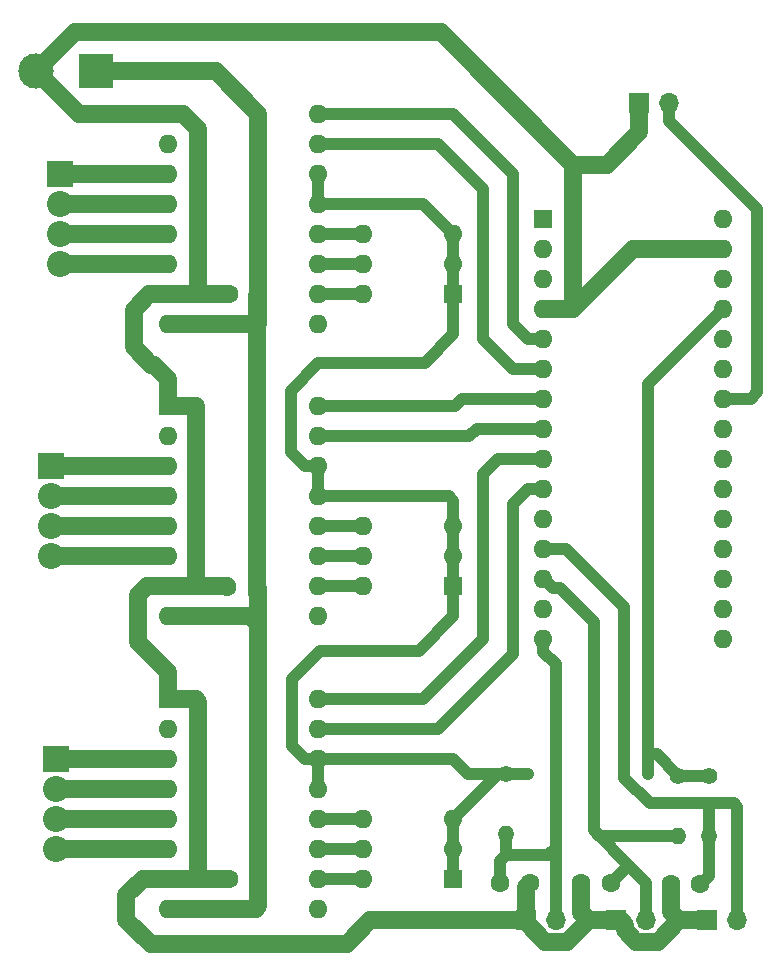
<source format=gbr>
G04 #@! TF.GenerationSoftware,KiCad,Pcbnew,5.0.0-fee4fd1~65~ubuntu18.04.1*
G04 #@! TF.CreationDate,2018-07-22T19:22:41+02:00*
G04 #@! TF.ProjectId,nano8825,6E616E6F383832352E6B696361645F70,rev?*
G04 #@! TF.SameCoordinates,Original*
G04 #@! TF.FileFunction,Copper,L2,Bot,Signal*
G04 #@! TF.FilePolarity,Positive*
%FSLAX46Y46*%
G04 Gerber Fmt 4.6, Leading zero omitted, Abs format (unit mm)*
G04 Created by KiCad (PCBNEW 5.0.0-fee4fd1~65~ubuntu18.04.1) date Sun Jul 22 19:22:41 2018*
%MOMM*%
%LPD*%
G01*
G04 APERTURE LIST*
G04 #@! TA.AperFunction,ComponentPad*
%ADD10R,1.600000X1.600000*%
G04 #@! TD*
G04 #@! TA.AperFunction,ComponentPad*
%ADD11O,1.600000X1.600000*%
G04 #@! TD*
G04 #@! TA.AperFunction,ComponentPad*
%ADD12O,1.700000X1.700000*%
G04 #@! TD*
G04 #@! TA.AperFunction,ComponentPad*
%ADD13R,1.700000X1.700000*%
G04 #@! TD*
G04 #@! TA.AperFunction,ComponentPad*
%ADD14R,2.200000X2.200000*%
G04 #@! TD*
G04 #@! TA.AperFunction,ComponentPad*
%ADD15C,2.200000*%
G04 #@! TD*
G04 #@! TA.AperFunction,ComponentPad*
%ADD16C,1.600000*%
G04 #@! TD*
G04 #@! TA.AperFunction,ComponentPad*
%ADD17C,1.400000*%
G04 #@! TD*
G04 #@! TA.AperFunction,ComponentPad*
%ADD18O,1.400000X1.400000*%
G04 #@! TD*
G04 #@! TA.AperFunction,ComponentPad*
%ADD19R,3.000000X3.000000*%
G04 #@! TD*
G04 #@! TA.AperFunction,ComponentPad*
%ADD20C,3.000000*%
G04 #@! TD*
G04 #@! TA.AperFunction,ViaPad*
%ADD21C,0.800000*%
G04 #@! TD*
G04 #@! TA.AperFunction,Conductor*
%ADD22C,1.500000*%
G04 #@! TD*
G04 #@! TA.AperFunction,Conductor*
%ADD23C,1.000000*%
G04 #@! TD*
G04 APERTURE END LIST*
D10*
G04 #@! TO.P,SW1,1*
G04 #@! TO.N,Net-(A1-Pad27)*
X156210000Y-81280000D03*
D11*
G04 #@! TO.P,SW1,4*
G04 #@! TO.N,Net-(A2-Pad12)*
X148590000Y-76200000D03*
G04 #@! TO.P,SW1,2*
G04 #@! TO.N,Net-(A1-Pad27)*
X156210000Y-78740000D03*
G04 #@! TO.P,SW1,5*
G04 #@! TO.N,Net-(A2-Pad11)*
X148590000Y-78740000D03*
G04 #@! TO.P,SW1,3*
G04 #@! TO.N,Net-(A1-Pad27)*
X156210000Y-76200000D03*
G04 #@! TO.P,SW1,6*
G04 #@! TO.N,Net-(A2-Pad10)*
X148590000Y-81280000D03*
G04 #@! TD*
D10*
G04 #@! TO.P,SW3,1*
G04 #@! TO.N,Net-(A1-Pad27)*
X156210000Y-130810000D03*
D11*
G04 #@! TO.P,SW3,4*
G04 #@! TO.N,Net-(A4-Pad12)*
X148590000Y-125730000D03*
G04 #@! TO.P,SW3,2*
G04 #@! TO.N,Net-(A1-Pad27)*
X156210000Y-128270000D03*
G04 #@! TO.P,SW3,5*
G04 #@! TO.N,Net-(A4-Pad11)*
X148590000Y-128270000D03*
G04 #@! TO.P,SW3,3*
G04 #@! TO.N,Net-(A1-Pad27)*
X156210000Y-125730000D03*
G04 #@! TO.P,SW3,6*
G04 #@! TO.N,Net-(A4-Pad10)*
X148590000Y-130810000D03*
G04 #@! TD*
G04 #@! TO.P,SW2,6*
G04 #@! TO.N,Net-(A3-Pad10)*
X148580000Y-106050000D03*
G04 #@! TO.P,SW2,3*
G04 #@! TO.N,Net-(A1-Pad27)*
X156200000Y-100970000D03*
G04 #@! TO.P,SW2,5*
G04 #@! TO.N,Net-(A3-Pad11)*
X148580000Y-103510000D03*
G04 #@! TO.P,SW2,2*
G04 #@! TO.N,Net-(A1-Pad27)*
X156200000Y-103510000D03*
G04 #@! TO.P,SW2,4*
G04 #@! TO.N,Net-(A3-Pad12)*
X148580000Y-100970000D03*
D10*
G04 #@! TO.P,SW2,1*
G04 #@! TO.N,Net-(A1-Pad27)*
X156200000Y-106050000D03*
G04 #@! TD*
D12*
G04 #@! TO.P,J8,2*
G04 #@! TO.N,Net-(A1-Pad24)*
X174470000Y-65120000D03*
D13*
G04 #@! TO.P,J8,1*
G04 #@! TO.N,Net-(A1-Pad29)*
X171930000Y-65120000D03*
G04 #@! TD*
G04 #@! TO.P,J7,1*
G04 #@! TO.N,Net-(A1-Pad29)*
X177680000Y-134320000D03*
D12*
G04 #@! TO.P,J7,2*
G04 #@! TO.N,Net-(A1-Pad12)*
X180220000Y-134320000D03*
G04 #@! TD*
G04 #@! TO.P,J6,2*
G04 #@! TO.N,Net-(A1-Pad13)*
X172545000Y-134320000D03*
D13*
G04 #@! TO.P,J6,1*
G04 #@! TO.N,Net-(A1-Pad29)*
X170005000Y-134320000D03*
G04 #@! TD*
G04 #@! TO.P,J5,1*
G04 #@! TO.N,Net-(A1-Pad29)*
X162330000Y-134320000D03*
D12*
G04 #@! TO.P,J5,2*
G04 #@! TO.N,Net-(A1-Pad15)*
X164870000Y-134320000D03*
G04 #@! TD*
D14*
G04 #@! TO.P,J4,1*
G04 #@! TO.N,Net-(A4-Pad3)*
X122530000Y-120650000D03*
D15*
G04 #@! TO.P,J4,2*
G04 #@! TO.N,Net-(A4-Pad4)*
X122530000Y-123190000D03*
G04 #@! TO.P,J4,3*
G04 #@! TO.N,Net-(A4-Pad5)*
X122530000Y-125730000D03*
G04 #@! TO.P,J4,4*
G04 #@! TO.N,Net-(A4-Pad6)*
X122530000Y-128270000D03*
G04 #@! TD*
G04 #@! TO.P,J2,4*
G04 #@! TO.N,Net-(A2-Pad6)*
X122880000Y-78770000D03*
G04 #@! TO.P,J2,3*
G04 #@! TO.N,Net-(A2-Pad5)*
X122880000Y-76230000D03*
G04 #@! TO.P,J2,2*
G04 #@! TO.N,Net-(A2-Pad4)*
X122880000Y-73690000D03*
D14*
G04 #@! TO.P,J2,1*
G04 #@! TO.N,Net-(A2-Pad3)*
X122880000Y-71150000D03*
G04 #@! TD*
G04 #@! TO.P,J3,1*
G04 #@! TO.N,Net-(A3-Pad3)*
X122130000Y-95900000D03*
D15*
G04 #@! TO.P,J3,2*
G04 #@! TO.N,Net-(A3-Pad4)*
X122130000Y-98440000D03*
G04 #@! TO.P,J3,3*
G04 #@! TO.N,Net-(A3-Pad5)*
X122130000Y-100980000D03*
G04 #@! TO.P,J3,4*
G04 #@! TO.N,Net-(A3-Pad6)*
X122130000Y-103520000D03*
G04 #@! TD*
D16*
G04 #@! TO.P,C4,1*
G04 #@! TO.N,Net-(A1-Pad15)*
X160180000Y-131170000D03*
G04 #@! TO.P,C4,2*
G04 #@! TO.N,Net-(A1-Pad29)*
X162680000Y-131170000D03*
G04 #@! TD*
G04 #@! TO.P,C5,2*
G04 #@! TO.N,Net-(A1-Pad29)*
X167030000Y-131170000D03*
G04 #@! TO.P,C5,1*
G04 #@! TO.N,Net-(A1-Pad13)*
X169530000Y-131170000D03*
G04 #@! TD*
G04 #@! TO.P,C6,1*
G04 #@! TO.N,Net-(A1-Pad12)*
X177130000Y-131270000D03*
G04 #@! TO.P,C6,2*
G04 #@! TO.N,Net-(A1-Pad29)*
X174630000Y-131270000D03*
G04 #@! TD*
D17*
G04 #@! TO.P,R1,1*
G04 #@! TO.N,Net-(A1-Pad27)*
X160655000Y-121920000D03*
D18*
G04 #@! TO.P,R1,2*
G04 #@! TO.N,Net-(A1-Pad15)*
X160655000Y-127000000D03*
G04 #@! TD*
G04 #@! TO.P,R2,2*
G04 #@! TO.N,Net-(A1-Pad13)*
X175230000Y-127170000D03*
D17*
G04 #@! TO.P,R2,1*
G04 #@! TO.N,Net-(A1-Pad27)*
X175230000Y-122090000D03*
G04 #@! TD*
G04 #@! TO.P,R3,1*
G04 #@! TO.N,Net-(A1-Pad27)*
X177830000Y-122090000D03*
D18*
G04 #@! TO.P,R3,2*
G04 #@! TO.N,Net-(A1-Pad12)*
X177830000Y-127170000D03*
G04 #@! TD*
D10*
G04 #@! TO.P,C1,1*
G04 #@! TO.N,Net-(A2-Pad8)*
X139700000Y-130810000D03*
D16*
G04 #@! TO.P,C1,2*
G04 #@! TO.N,Net-(A1-Pad29)*
X137200000Y-130810000D03*
G04 #@! TD*
D10*
G04 #@! TO.P,C3,1*
G04 #@! TO.N,Net-(A2-Pad8)*
X139700000Y-81280000D03*
D16*
G04 #@! TO.P,C3,2*
G04 #@! TO.N,Net-(A1-Pad29)*
X137200000Y-81280000D03*
G04 #@! TD*
G04 #@! TO.P,C2,2*
G04 #@! TO.N,Net-(A1-Pad29)*
X137080000Y-106070000D03*
D10*
G04 #@! TO.P,C2,1*
G04 #@! TO.N,Net-(A2-Pad8)*
X139580000Y-106070000D03*
G04 #@! TD*
G04 #@! TO.P,A1,1*
G04 #@! TO.N,Net-(A1-Pad1)*
X163830000Y-74930000D03*
D11*
G04 #@! TO.P,A1,17*
G04 #@! TO.N,Net-(A1-Pad17)*
X179070000Y-107950000D03*
G04 #@! TO.P,A1,2*
G04 #@! TO.N,Net-(A1-Pad2)*
X163830000Y-77470000D03*
G04 #@! TO.P,A1,18*
G04 #@! TO.N,Net-(A1-Pad18)*
X179070000Y-105410000D03*
G04 #@! TO.P,A1,3*
G04 #@! TO.N,Net-(A1-Pad3)*
X163830000Y-80010000D03*
G04 #@! TO.P,A1,19*
G04 #@! TO.N,Net-(A1-Pad19)*
X179070000Y-102870000D03*
G04 #@! TO.P,A1,4*
G04 #@! TO.N,Net-(A1-Pad29)*
X163830000Y-82550000D03*
G04 #@! TO.P,A1,20*
G04 #@! TO.N,Net-(A1-Pad20)*
X179070000Y-100330000D03*
G04 #@! TO.P,A1,5*
G04 #@! TO.N,Net-(A1-Pad5)*
X163830000Y-85090000D03*
G04 #@! TO.P,A1,21*
G04 #@! TO.N,Net-(A1-Pad21)*
X179070000Y-97790000D03*
G04 #@! TO.P,A1,6*
G04 #@! TO.N,Net-(A1-Pad6)*
X163830000Y-87630000D03*
G04 #@! TO.P,A1,22*
G04 #@! TO.N,Net-(A1-Pad22)*
X179070000Y-95250000D03*
G04 #@! TO.P,A1,7*
G04 #@! TO.N,Net-(A1-Pad7)*
X163830000Y-90170000D03*
G04 #@! TO.P,A1,23*
G04 #@! TO.N,Net-(A1-Pad23)*
X179070000Y-92710000D03*
G04 #@! TO.P,A1,8*
G04 #@! TO.N,Net-(A1-Pad8)*
X163830000Y-92710000D03*
G04 #@! TO.P,A1,24*
G04 #@! TO.N,Net-(A1-Pad24)*
X179070000Y-90170000D03*
G04 #@! TO.P,A1,9*
G04 #@! TO.N,Net-(A1-Pad9)*
X163830000Y-95250000D03*
G04 #@! TO.P,A1,25*
G04 #@! TO.N,Net-(A1-Pad25)*
X179070000Y-87630000D03*
G04 #@! TO.P,A1,10*
G04 #@! TO.N,Net-(A1-Pad10)*
X163830000Y-97790000D03*
G04 #@! TO.P,A1,26*
G04 #@! TO.N,Net-(A1-Pad26)*
X179070000Y-85090000D03*
G04 #@! TO.P,A1,11*
G04 #@! TO.N,Net-(A1-Pad11)*
X163830000Y-100330000D03*
G04 #@! TO.P,A1,27*
G04 #@! TO.N,Net-(A1-Pad27)*
X179070000Y-82550000D03*
G04 #@! TO.P,A1,12*
G04 #@! TO.N,Net-(A1-Pad12)*
X163830000Y-102870000D03*
G04 #@! TO.P,A1,28*
G04 #@! TO.N,Net-(A1-Pad28)*
X179070000Y-80010000D03*
G04 #@! TO.P,A1,13*
G04 #@! TO.N,Net-(A1-Pad13)*
X163830000Y-105410000D03*
G04 #@! TO.P,A1,29*
G04 #@! TO.N,Net-(A1-Pad29)*
X179070000Y-77470000D03*
G04 #@! TO.P,A1,14*
G04 #@! TO.N,Net-(A1-Pad14)*
X163830000Y-107950000D03*
G04 #@! TO.P,A1,30*
G04 #@! TO.N,Net-(A1-Pad30)*
X179070000Y-74930000D03*
G04 #@! TO.P,A1,15*
G04 #@! TO.N,Net-(A1-Pad15)*
X163830000Y-110490000D03*
G04 #@! TO.P,A1,16*
G04 #@! TO.N,Net-(A1-Pad16)*
X179070000Y-110490000D03*
G04 #@! TD*
D10*
G04 #@! TO.P,A4,1*
G04 #@! TO.N,Net-(A1-Pad29)*
X132080000Y-115570000D03*
D11*
G04 #@! TO.P,A4,9*
G04 #@! TO.N,Net-(A4-Pad9)*
X144780000Y-133350000D03*
G04 #@! TO.P,A4,2*
G04 #@! TO.N,Net-(A4-Pad2)*
X132080000Y-118110000D03*
G04 #@! TO.P,A4,10*
G04 #@! TO.N,Net-(A4-Pad10)*
X144780000Y-130810000D03*
G04 #@! TO.P,A4,3*
G04 #@! TO.N,Net-(A4-Pad3)*
X132080000Y-120650000D03*
G04 #@! TO.P,A4,11*
G04 #@! TO.N,Net-(A4-Pad11)*
X144780000Y-128270000D03*
G04 #@! TO.P,A4,4*
G04 #@! TO.N,Net-(A4-Pad4)*
X132080000Y-123190000D03*
G04 #@! TO.P,A4,12*
G04 #@! TO.N,Net-(A4-Pad12)*
X144780000Y-125730000D03*
G04 #@! TO.P,A4,5*
G04 #@! TO.N,Net-(A4-Pad5)*
X132080000Y-125730000D03*
G04 #@! TO.P,A4,13*
G04 #@! TO.N,Net-(A1-Pad27)*
X144780000Y-123190000D03*
G04 #@! TO.P,A4,6*
G04 #@! TO.N,Net-(A4-Pad6)*
X132080000Y-128270000D03*
G04 #@! TO.P,A4,14*
G04 #@! TO.N,Net-(A1-Pad27)*
X144780000Y-120650000D03*
G04 #@! TO.P,A4,7*
G04 #@! TO.N,Net-(A1-Pad29)*
X132080000Y-130810000D03*
G04 #@! TO.P,A4,15*
G04 #@! TO.N,Net-(A1-Pad10)*
X144780000Y-118110000D03*
G04 #@! TO.P,A4,8*
G04 #@! TO.N,Net-(A2-Pad8)*
X132080000Y-133350000D03*
G04 #@! TO.P,A4,16*
G04 #@! TO.N,Net-(A1-Pad9)*
X144780000Y-115570000D03*
G04 #@! TD*
G04 #@! TO.P,A3,16*
G04 #@! TO.N,Net-(A1-Pad7)*
X144780000Y-90805000D03*
G04 #@! TO.P,A3,8*
G04 #@! TO.N,Net-(A2-Pad8)*
X132080000Y-108585000D03*
G04 #@! TO.P,A3,15*
G04 #@! TO.N,Net-(A1-Pad8)*
X144780000Y-93345000D03*
G04 #@! TO.P,A3,7*
G04 #@! TO.N,Net-(A1-Pad29)*
X132080000Y-106045000D03*
G04 #@! TO.P,A3,14*
G04 #@! TO.N,Net-(A1-Pad27)*
X144780000Y-95885000D03*
G04 #@! TO.P,A3,6*
G04 #@! TO.N,Net-(A3-Pad6)*
X132080000Y-103505000D03*
G04 #@! TO.P,A3,13*
G04 #@! TO.N,Net-(A1-Pad27)*
X144780000Y-98425000D03*
G04 #@! TO.P,A3,5*
G04 #@! TO.N,Net-(A3-Pad5)*
X132080000Y-100965000D03*
G04 #@! TO.P,A3,12*
G04 #@! TO.N,Net-(A3-Pad12)*
X144780000Y-100965000D03*
G04 #@! TO.P,A3,4*
G04 #@! TO.N,Net-(A3-Pad4)*
X132080000Y-98425000D03*
G04 #@! TO.P,A3,11*
G04 #@! TO.N,Net-(A3-Pad11)*
X144780000Y-103505000D03*
G04 #@! TO.P,A3,3*
G04 #@! TO.N,Net-(A3-Pad3)*
X132080000Y-95885000D03*
G04 #@! TO.P,A3,10*
G04 #@! TO.N,Net-(A3-Pad10)*
X144780000Y-106045000D03*
G04 #@! TO.P,A3,2*
G04 #@! TO.N,Net-(A3-Pad2)*
X132080000Y-93345000D03*
G04 #@! TO.P,A3,9*
G04 #@! TO.N,Net-(A3-Pad9)*
X144780000Y-108585000D03*
D10*
G04 #@! TO.P,A3,1*
G04 #@! TO.N,Net-(A1-Pad29)*
X132080000Y-90805000D03*
G04 #@! TD*
G04 #@! TO.P,A2,1*
G04 #@! TO.N,Net-(A1-Pad29)*
X132080000Y-66040000D03*
D11*
G04 #@! TO.P,A2,9*
G04 #@! TO.N,Net-(A2-Pad9)*
X144780000Y-83820000D03*
G04 #@! TO.P,A2,2*
G04 #@! TO.N,Net-(A2-Pad2)*
X132080000Y-68580000D03*
G04 #@! TO.P,A2,10*
G04 #@! TO.N,Net-(A2-Pad10)*
X144780000Y-81280000D03*
G04 #@! TO.P,A2,3*
G04 #@! TO.N,Net-(A2-Pad3)*
X132080000Y-71120000D03*
G04 #@! TO.P,A2,11*
G04 #@! TO.N,Net-(A2-Pad11)*
X144780000Y-78740000D03*
G04 #@! TO.P,A2,4*
G04 #@! TO.N,Net-(A2-Pad4)*
X132080000Y-73660000D03*
G04 #@! TO.P,A2,12*
G04 #@! TO.N,Net-(A2-Pad12)*
X144780000Y-76200000D03*
G04 #@! TO.P,A2,5*
G04 #@! TO.N,Net-(A2-Pad5)*
X132080000Y-76200000D03*
G04 #@! TO.P,A2,13*
G04 #@! TO.N,Net-(A1-Pad27)*
X144780000Y-73660000D03*
G04 #@! TO.P,A2,6*
G04 #@! TO.N,Net-(A2-Pad6)*
X132080000Y-78740000D03*
G04 #@! TO.P,A2,14*
G04 #@! TO.N,Net-(A1-Pad27)*
X144780000Y-71120000D03*
G04 #@! TO.P,A2,7*
G04 #@! TO.N,Net-(A1-Pad29)*
X132080000Y-81280000D03*
G04 #@! TO.P,A2,15*
G04 #@! TO.N,Net-(A1-Pad6)*
X144780000Y-68580000D03*
G04 #@! TO.P,A2,8*
G04 #@! TO.N,Net-(A2-Pad8)*
X132080000Y-83820000D03*
G04 #@! TO.P,A2,16*
G04 #@! TO.N,Net-(A1-Pad5)*
X144780000Y-66040000D03*
G04 #@! TD*
D19*
G04 #@! TO.P,J1,1*
G04 #@! TO.N,Net-(A2-Pad8)*
X125980000Y-62420000D03*
D20*
G04 #@! TO.P,J1,2*
G04 #@! TO.N,Net-(A1-Pad29)*
X120900000Y-62420000D03*
G04 #@! TD*
D21*
G04 #@! TO.N,Net-(A1-Pad27)*
X162560000Y-121920000D03*
X172720000Y-121920000D03*
G04 #@! TD*
D22*
G04 #@! TO.N,Net-(A2-Pad3)*
X132080000Y-71120000D02*
X122910000Y-71120000D01*
X122910000Y-71120000D02*
X122880000Y-71150000D01*
G04 #@! TO.N,Net-(A2-Pad5)*
X132080000Y-76200000D02*
X122910000Y-76200000D01*
X122910000Y-76200000D02*
X122880000Y-76230000D01*
G04 #@! TO.N,Net-(A2-Pad4)*
X132080000Y-73660000D02*
X122910000Y-73660000D01*
X122910000Y-73660000D02*
X122880000Y-73690000D01*
G04 #@! TO.N,Net-(A2-Pad6)*
X132080000Y-78740000D02*
X122910000Y-78740000D01*
X122910000Y-78740000D02*
X122880000Y-78770000D01*
G04 #@! TO.N,Net-(A3-Pad6)*
X122130000Y-103520000D02*
X132065000Y-103520000D01*
X132065000Y-103520000D02*
X132080000Y-103505000D01*
G04 #@! TO.N,Net-(A3-Pad4)*
X122130000Y-98440000D02*
X132065000Y-98440000D01*
X132065000Y-98440000D02*
X132080000Y-98425000D01*
G04 #@! TO.N,Net-(A3-Pad5)*
X132080000Y-100965000D02*
X122145000Y-100965000D01*
X122145000Y-100965000D02*
X122130000Y-100980000D01*
G04 #@! TO.N,Net-(A3-Pad3)*
X132080000Y-95885000D02*
X122145000Y-95885000D01*
X122145000Y-95885000D02*
X122130000Y-95900000D01*
G04 #@! TO.N,Net-(A4-Pad3)*
X122530000Y-120650000D02*
X132080000Y-120650000D01*
G04 #@! TO.N,Net-(A4-Pad5)*
X122530000Y-125730000D02*
X132080000Y-125730000D01*
G04 #@! TO.N,Net-(A4-Pad4)*
X132080000Y-123190000D02*
X122530000Y-123190000D01*
G04 #@! TO.N,Net-(A4-Pad6)*
X132080000Y-128270000D02*
X122530000Y-128270000D01*
G04 #@! TO.N,Net-(A2-Pad8)*
X139700000Y-109220000D02*
X139700000Y-106190000D01*
X139065000Y-108585000D02*
X139700000Y-109220000D01*
X139700000Y-130810000D02*
X139700000Y-109220000D01*
X132080000Y-108585000D02*
X139065000Y-108585000D01*
X139580000Y-106070000D02*
X139580000Y-81400000D01*
X139580000Y-81400000D02*
X139700000Y-81280000D01*
X139700000Y-106190000D02*
X139580000Y-106070000D01*
X139700000Y-83820000D02*
X139700000Y-81280000D01*
X132080000Y-83820000D02*
X139700000Y-83820000D01*
X132080000Y-133350000D02*
X139460000Y-133350000D01*
X139700000Y-133110000D02*
X139700000Y-130810000D01*
X139460000Y-133350000D02*
X139700000Y-133110000D01*
X136080000Y-62420000D02*
X125980000Y-62420000D01*
X139700000Y-81280000D02*
X139700000Y-66040000D01*
X139700000Y-66040000D02*
X136080000Y-62420000D01*
G04 #@! TO.N,Net-(A1-Pad29)*
X169190000Y-70360000D02*
X171930000Y-67620000D01*
X171930000Y-67620000D02*
X171930000Y-65120000D01*
X166370000Y-70360000D02*
X169190000Y-70360000D01*
X155130000Y-59120000D02*
X124200000Y-59120000D01*
X124200000Y-59120000D02*
X120900000Y-62420000D01*
X166370000Y-70360000D02*
X155130000Y-59120000D01*
X166370000Y-82550000D02*
X166370000Y-70360000D01*
X129760000Y-66020000D02*
X124500000Y-66020000D01*
X124500000Y-66020000D02*
X120900000Y-62420000D01*
X132080000Y-66040000D02*
X129780000Y-66040000D01*
X129780000Y-66040000D02*
X129760000Y-66020000D01*
X129130000Y-82620000D02*
X130470000Y-81280000D01*
X129130000Y-85770000D02*
X129130000Y-82620000D01*
X130845000Y-87270000D02*
X130630000Y-87270000D01*
X130470000Y-81280000D02*
X132080000Y-81280000D01*
X130630000Y-87270000D02*
X129130000Y-85770000D01*
X132080000Y-90805000D02*
X132080000Y-88505000D01*
X132080000Y-88505000D02*
X130845000Y-87270000D01*
X134430000Y-106045000D02*
X137055000Y-106045000D01*
X132080000Y-106045000D02*
X134430000Y-106045000D01*
X134380000Y-90805000D02*
X134430000Y-90855000D01*
X132080000Y-90805000D02*
X134380000Y-90805000D01*
X134430000Y-90855000D02*
X134430000Y-106045000D01*
X137055000Y-106045000D02*
X137080000Y-106070000D01*
X132080000Y-113270000D02*
X129530000Y-110720000D01*
X129530000Y-106770000D02*
X130255000Y-106045000D01*
X132080000Y-115570000D02*
X132080000Y-113270000D01*
X129530000Y-110720000D02*
X129530000Y-106770000D01*
X130255000Y-106045000D02*
X132080000Y-106045000D01*
X175330000Y-134320000D02*
X174630000Y-133620000D01*
X174630000Y-133620000D02*
X174630000Y-131270000D01*
X167655000Y-134320000D02*
X167030000Y-133695000D01*
X167030000Y-133695000D02*
X167030000Y-131170000D01*
X162330000Y-134320000D02*
X162330000Y-131520000D01*
X162330000Y-131520000D02*
X162680000Y-131170000D01*
X170005000Y-134320000D02*
X170380000Y-134320000D01*
X170380000Y-134320000D02*
X170744999Y-134684999D01*
X170744999Y-134684999D02*
X170744999Y-135184001D01*
X170744999Y-135184001D02*
X171680999Y-136120001D01*
X171680999Y-136120001D02*
X173529999Y-136120001D01*
X173529999Y-136120001D02*
X175330000Y-134320000D01*
X175330000Y-134320000D02*
X177680000Y-134320000D01*
X162330000Y-134320000D02*
X162330000Y-134444002D01*
X162330000Y-134444002D02*
X164005999Y-136120001D01*
X167655000Y-134320000D02*
X170005000Y-134320000D01*
X164005999Y-136120001D02*
X165854999Y-136120001D01*
X165854999Y-136120001D02*
X167655000Y-134320000D01*
X128530000Y-132170000D02*
X129890000Y-130810000D01*
X129890000Y-130810000D02*
X132080000Y-130810000D01*
X128530000Y-134270000D02*
X128530000Y-132170000D01*
X130580000Y-136320000D02*
X128530000Y-134270000D01*
X147180000Y-136320000D02*
X130580000Y-136320000D01*
X149180000Y-134320000D02*
X147180000Y-136320000D01*
X162330000Y-134320000D02*
X149180000Y-134320000D01*
X166370000Y-82550000D02*
X171450000Y-77470000D01*
X171450000Y-77470000D02*
X179070000Y-77470000D01*
X163830000Y-82550000D02*
X166370000Y-82550000D01*
X133350000Y-66040000D02*
X132080000Y-66040000D01*
X134620000Y-67310000D02*
X133350000Y-66040000D01*
X132080000Y-81280000D02*
X134620000Y-81280000D01*
X134620000Y-81280000D02*
X137200000Y-81280000D01*
X134620000Y-81280000D02*
X134620000Y-67310000D01*
X134620000Y-130810000D02*
X134620000Y-115810000D01*
X134620000Y-115810000D02*
X134380000Y-115570000D01*
X134380000Y-115570000D02*
X132080000Y-115570000D01*
X132080000Y-130810000D02*
X134620000Y-130810000D01*
X134620000Y-130810000D02*
X137200000Y-130810000D01*
D23*
G04 #@! TO.N,Net-(A1-Pad27)*
X153780000Y-87120000D02*
X156210000Y-84690000D01*
X156210000Y-84690000D02*
X156210000Y-81280000D01*
X144780000Y-87120000D02*
X153780000Y-87120000D01*
X142430000Y-89470000D02*
X144780000Y-87120000D01*
X142430000Y-94666370D02*
X142430000Y-89470000D01*
X144780000Y-95885000D02*
X143648630Y-95885000D01*
X143648630Y-95885000D02*
X142430000Y-94666370D01*
X153280000Y-111520000D02*
X156200000Y-108600000D01*
X156200000Y-108600000D02*
X156200000Y-106050000D01*
X144930000Y-111520000D02*
X153280000Y-111520000D01*
X142530000Y-113920000D02*
X144930000Y-111520000D01*
X142530000Y-119531370D02*
X142530000Y-113920000D01*
X144780000Y-120650000D02*
X143648630Y-120650000D01*
X143648630Y-120650000D02*
X142530000Y-119531370D01*
X144780000Y-98425000D02*
X144780000Y-95885000D01*
X156200000Y-98790000D02*
X155835000Y-98425000D01*
X155835000Y-98425000D02*
X144780000Y-98425000D01*
X156200000Y-100970000D02*
X156200000Y-98790000D01*
X156200000Y-103510000D02*
X156200000Y-100970000D01*
X156200000Y-106050000D02*
X156200000Y-103510000D01*
X144780000Y-73660000D02*
X144780000Y-71120000D01*
X156210000Y-76200000D02*
X153670000Y-73660000D01*
X153670000Y-73660000D02*
X144780000Y-73660000D01*
X144780000Y-120650000D02*
X144780000Y-123190000D01*
X156210000Y-120650000D02*
X144780000Y-120650000D01*
X162560000Y-121920000D02*
X161430000Y-121920000D01*
X161430000Y-121920000D02*
X160020000Y-121920000D01*
X175230000Y-122090000D02*
X177830000Y-122090000D01*
X172720000Y-88900000D02*
X172720000Y-120270000D01*
X172720000Y-120270000D02*
X172720000Y-121920000D01*
X173410000Y-120270000D02*
X175230000Y-122090000D01*
X172720000Y-120270000D02*
X173410000Y-120270000D01*
X157480000Y-121920000D02*
X156210000Y-120650000D01*
X160020000Y-121920000D02*
X157480000Y-121920000D01*
X160020000Y-121920000D02*
X156210000Y-125730000D01*
X179070000Y-82550000D02*
X172720000Y-88900000D01*
X156210000Y-78740000D02*
X156210000Y-76200000D01*
X156210000Y-81280000D02*
X156210000Y-78740000D01*
X156210000Y-128270000D02*
X156210000Y-125730000D01*
X156210000Y-130810000D02*
X156210000Y-128270000D01*
G04 #@! TO.N,Net-(A2-Pad12)*
X144780000Y-76200000D02*
X148590000Y-76200000D01*
G04 #@! TO.N,Net-(A2-Pad11)*
X148590000Y-78740000D02*
X144780000Y-78740000D01*
G04 #@! TO.N,Net-(A2-Pad10)*
X144780000Y-81280000D02*
X148590000Y-81280000D01*
G04 #@! TO.N,Net-(A3-Pad10)*
X144780000Y-106045000D02*
X148575000Y-106045000D01*
X148575000Y-106045000D02*
X148580000Y-106050000D01*
G04 #@! TO.N,Net-(A3-Pad11)*
X144780000Y-103505000D02*
X148575000Y-103505000D01*
X148575000Y-103505000D02*
X148580000Y-103510000D01*
G04 #@! TO.N,Net-(A3-Pad12)*
X144780000Y-100965000D02*
X148575000Y-100965000D01*
X148575000Y-100965000D02*
X148580000Y-100970000D01*
G04 #@! TO.N,Net-(A4-Pad12)*
X144780000Y-125730000D02*
X148590000Y-125730000D01*
G04 #@! TO.N,Net-(A4-Pad11)*
X144780000Y-128270000D02*
X148590000Y-128270000D01*
G04 #@! TO.N,Net-(A4-Pad10)*
X144780000Y-130810000D02*
X148590000Y-130810000D01*
G04 #@! TO.N,Net-(A1-Pad6)*
X158750000Y-72390000D02*
X154940000Y-68580000D01*
X154940000Y-68580000D02*
X144780000Y-68580000D01*
X158750000Y-85090000D02*
X158750000Y-72390000D01*
X161290000Y-87630000D02*
X158750000Y-85090000D01*
X163830000Y-87630000D02*
X161290000Y-87630000D01*
G04 #@! TO.N,Net-(A1-Pad5)*
X156210000Y-66040000D02*
X144780000Y-66040000D01*
X161290000Y-71120000D02*
X156210000Y-66040000D01*
X161290000Y-83820000D02*
X161290000Y-71120000D01*
X162560000Y-85090000D02*
X161290000Y-83820000D01*
X163830000Y-85090000D02*
X162560000Y-85090000D01*
G04 #@! TO.N,Net-(A1-Pad7)*
X156345000Y-90805000D02*
X156980000Y-90170000D01*
X156980000Y-90170000D02*
X163830000Y-90170000D01*
X144780000Y-90805000D02*
X156345000Y-90805000D01*
G04 #@! TO.N,Net-(A1-Pad8)*
X157555000Y-93345000D02*
X158190000Y-92710000D01*
X158190000Y-92710000D02*
X163830000Y-92710000D01*
X144780000Y-93345000D02*
X157555000Y-93345000D01*
G04 #@! TO.N,Net-(A1-Pad10)*
X154940000Y-118110000D02*
X144780000Y-118110000D01*
X161290000Y-111760000D02*
X154940000Y-118110000D01*
X161290000Y-99060000D02*
X161290000Y-111760000D01*
X162560000Y-97790000D02*
X161290000Y-99060000D01*
X163830000Y-97790000D02*
X162560000Y-97790000D01*
G04 #@! TO.N,Net-(A1-Pad9)*
X158750000Y-110490000D02*
X153670000Y-115570000D01*
X153670000Y-115570000D02*
X144780000Y-115570000D01*
X158750000Y-96520000D02*
X158750000Y-110490000D01*
X160020000Y-95250000D02*
X158750000Y-96520000D01*
X163830000Y-95250000D02*
X160020000Y-95250000D01*
G04 #@! TO.N,Net-(A1-Pad24)*
X181930000Y-74120000D02*
X174470000Y-66660000D01*
X174470000Y-66660000D02*
X174470000Y-65120000D01*
X181930000Y-89620000D02*
X181930000Y-74120000D01*
X181380000Y-90170000D02*
X181930000Y-89620000D01*
X179070000Y-90170000D02*
X181380000Y-90170000D01*
G04 #@! TO.N,Net-(A1-Pad12)*
X177830000Y-127170000D02*
X177830000Y-130570000D01*
X177830000Y-130570000D02*
X177130000Y-131270000D01*
X179930000Y-124420000D02*
X177980000Y-124420000D01*
X177980000Y-124420000D02*
X172815823Y-124420000D01*
X177980000Y-124420000D02*
X177830000Y-124570000D01*
X177830000Y-124570000D02*
X177830000Y-127170000D01*
X170630000Y-122234177D02*
X170630000Y-107770000D01*
X170630000Y-107770000D02*
X165730000Y-102870000D01*
X165730000Y-102870000D02*
X163830000Y-102870000D01*
X172815823Y-124420000D02*
X170630000Y-122234177D01*
X180220000Y-124710000D02*
X179930000Y-124420000D01*
X180220000Y-134320000D02*
X180220000Y-124710000D01*
G04 #@! TO.N,Net-(A1-Pad13)*
X171280000Y-129870000D02*
X172545000Y-131135000D01*
X168080000Y-126670000D02*
X171280000Y-129870000D01*
X172545000Y-131135000D02*
X172545000Y-134320000D01*
X168080000Y-109070000D02*
X168080000Y-126670000D01*
X165219999Y-106209999D02*
X168080000Y-109070000D01*
X163830000Y-105410000D02*
X164629999Y-106209999D01*
X164629999Y-106209999D02*
X165219999Y-106209999D01*
X170830000Y-129870000D02*
X169530000Y-131170000D01*
X171280000Y-129870000D02*
X170830000Y-129870000D01*
X168580000Y-127170000D02*
X168080000Y-126670000D01*
X175230000Y-127170000D02*
X168580000Y-127170000D01*
G04 #@! TO.N,Net-(A1-Pad15)*
X160640051Y-128820000D02*
X160180000Y-129280051D01*
X160180000Y-129280051D02*
X160180000Y-131170000D01*
X161630000Y-128820000D02*
X160640051Y-128820000D01*
X164870000Y-112661370D02*
X164870000Y-128170000D01*
X164870000Y-128170000D02*
X164220000Y-128820000D01*
X164870000Y-128170000D02*
X164870000Y-134320000D01*
X164220000Y-128820000D02*
X161630000Y-128820000D01*
X163830000Y-110490000D02*
X163830000Y-111621370D01*
X163830000Y-111621370D02*
X164870000Y-112661370D01*
X160655000Y-128805051D02*
X160655000Y-127000000D01*
X160640051Y-128820000D02*
X160655000Y-128805051D01*
G04 #@! TD*
M02*

</source>
